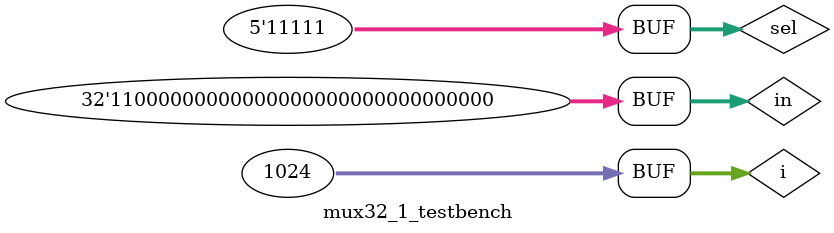
<source format=sv>
module mux32_1(out, in, sel);
	output out;
	input [31:0] in;
	input [4:0] sel;
	wire w0, w1, w2, w3;
	
	mux8_1 m0(.out(w0), .in(in[7:0]), .sel(sel[2:0]));
	mux8_1 m1(.out(w1), .in(in[15:8]), .sel(sel[2:0]));
	mux8_1 m2(.out(w2), .in(in[23:16]), .sel(sel[2:0]));
	mux8_1 m3(.out(w3), .in(in[31:24]), .sel(sel[2:0]));
	mux4_1 m (.out(out), .i0(w0), .i1(w1), .i2(w2), .i3(w3), .sel0(sel[3]), .sel1(sel[4]));
endmodule

module mux32_1_testbench();
	reg [31:0] in;
	reg [4:0] sel;
	wire out;
	mux32_1 dut (.out, .in, .sel);
	integer i;
	initial begin
		for(i=0; i< 1024; i++) begin
			{sel, in} = i*1024*1024*1024; #10;
		end
	end
endmodule

</source>
